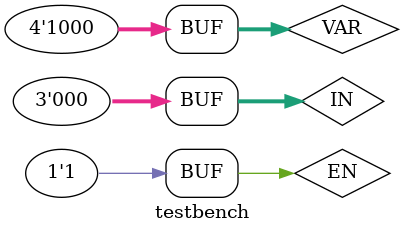
<source format=v>
`timescale 1ns / 1ps


module testbench;
	reg [3:0] VAR;
	wire [2:0] IN;
	reg EN;
	wire [7:0] OUT;
		Decoder3_8 uut (.IN(VAR[2:0]), .EN(EN), .OUT(OUT));
	initial begin
		EN = 0;
		for( VAR = 0; VAR < 4'B1000; VAR = VAR + 1)begin
		#10;
	end
	EN = 1;
		for( VAR = 0; VAR < 4'B1000; VAR = VAR + 1)begin
		#10;
		end
	end
assign IN = VAR[2:0];
endmodule
</source>
